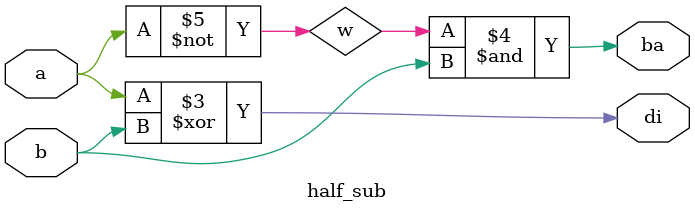
<source format=v>
module half_sub(input a,b, output di,ba);
    wire w;
    xor G1(di,a,b);
    not G2(w,a);
    and G3(ba,w,b);
    endmodule

    module half_sub_tb();
        reg a,b;
        wire di,ba;
      half_sub HS(

                a,b,di,ba
                );
      initial begin
      repeat(4)
      begin
      a=$random; b=$random; #10;
      end
      end
      initial
      $monitor("a=%0b     b=%0b     di=%0b     ba=%0b     $time=%0t",a,b,di,ba,$time);
      endmodule

</source>
